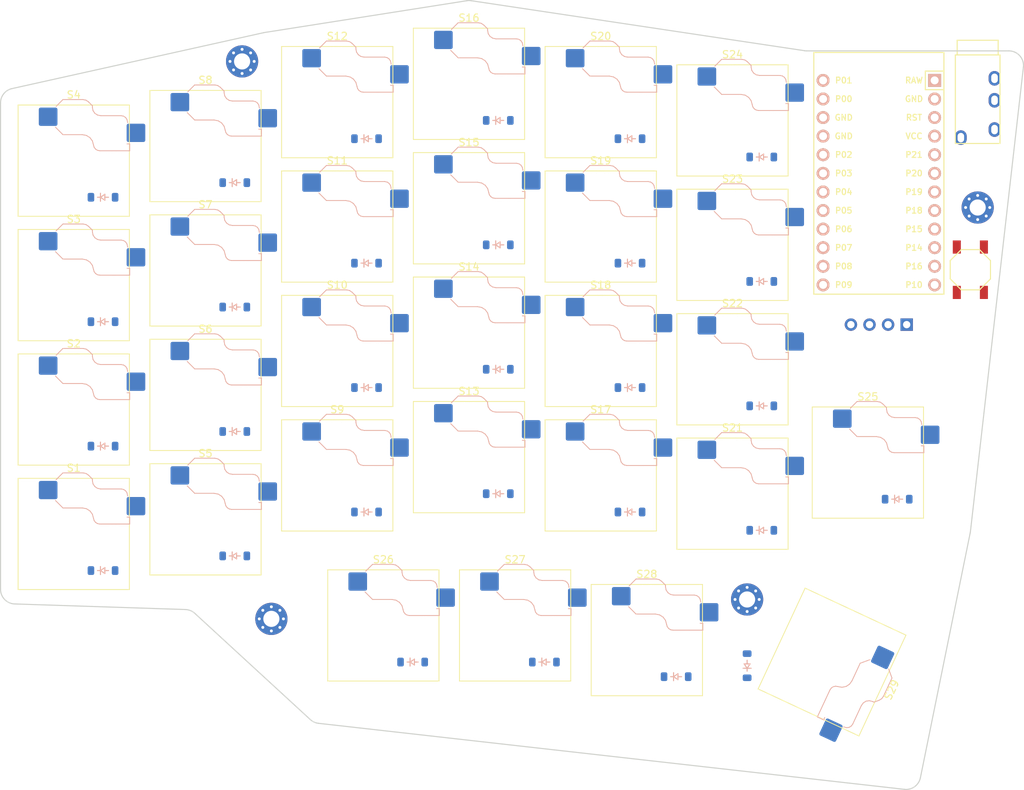
<source format=kicad_pcb>
(kicad_pcb (version 20240108) (generator "pcbnew") (generator_version "8.0")
  (title_block (title "lilibootlegTest") (rev "v1.0.0") (company "Unknown"))
  (layers (0 "F.Cu" signal) (31 "B.Cu" signal) (34 "B.Paste" user) (35 "F.Paste" user) (36 "B.SilkS" user "B.Silkscreen") (37 "F.SilkS" user "F.Silkscreen") (38 "B.Mask" user) (39 "F.Mask" user) (44 "Edge.Cuts" user))
  (net 0 "")
  (net 1 "P19")
  (net 2 "mod_bot")
  (net 3 "mod_mid")
  (net 4 "mod_top")
  (net 5 "mod_num")
  (net 6 "P18")
  (net 7 "pinky_bot")
  (net 8 "pinky_mid")
  (net 9 "pinky_top")
  (net 10 "pinky_num")
  (net 11 "P15")
  (net 12 "ring_bot")
  (net 13 "ring_mid")
  (net 14 "ring_top")
  (net 15 "ring_num")
  (net 16 "P14")
  (net 17 "middle_bot")
  (net 18 "middle_mid")
  (net 19 "middle_top")
  (net 20 "middle_num")
  (net 21 "P16")
  (net 22 "index_bot")
  (net 23 "index_mid")
  (net 24 "index_top")
  (net 25 "index_num")
  (net 26 "P10")
  (net 27 "inner_bot")
  (net 28 "inner_mid")
  (net 29 "inner_top")
  (net 30 "inner_num")
  (net 31 "reach_reach")
  (net 32 "tucky1_stretch")
  (net 33 "tucky2_stretch")
  (net 34 "tucky3_stretch")
  (net 35 "reachy_stretch")
  (net 36 "P8")
  (net 37 "P7")
  (net 38 "P6")
  (net 39 "P5")
  (net 40 "P9")
  (net 41 "RAW")
  (net 42 "GND")
  (net 43 "RST")
  (net 44 "VCC")
  (net 45 "P21")
  (net 46 "P20")
  (net 47 "P1")
  (net 48 "P0")
  (net 49 "P2")
  (net 50 "P3")
  (net 51 "P4")
  (footprint "E73:SW_TACT_ALPS_SKQGABE010" (layer "F.Cu") (at 222.5 63.9 90)
    (property "Reference" "B1" (hide yes))
    (property "Value" "" (hide yes))
    (pad "1" smd rect (at -3.1 -1.85 90) (size 1.8 1.1) (layers "F.Cu" "F.Paste" "F.Mask") (net 43 "RST"))
    (pad "1" smd rect (at 3.1 -1.85 90) (size 1.8 1.1) (layers "F.Cu" "F.Paste" "F.Mask") (net 43 "RST"))
    (pad "2" smd rect (at -3.1 1.85 90) (size 1.8 1.1) (layers "F.Cu" "F.Paste" "F.Mask") (net 42 "GND"))
    (pad "2" smd rect (at 3.1 1.85 90) (size 1.8 1.1) (layers "F.Cu" "F.Paste" "F.Mask") (net 42 "GND"))
  )
  (footprint "MountingHole_2.2mm_M2_Pad_Via" (layer "F.Cu") (at 223.5 55.4)
    (property "Reference" "_4" (hide yes))
    (property "Value" "")
    (pad "1" thru_hole circle (at -1.65 0) (size 0.7 0.7) (drill 0.4) (layers "*.Cu" "*.Mask"))
    (pad "1" thru_hole circle (at -1.166726 -1.166726) (size 0.7 0.7) (drill 0.4) (layers "*.Cu" "*.Mask"))
    (pad "1" thru_hole circle (at -1.166726 1.166726) (size 0.7 0.7) (drill 0.4) (layers "*.Cu" "*.Mask"))
    (pad "1" thru_hole circle (at 0 -1.65) (size 0.7 0.7) (drill 0.4) (layers "*.Cu" "*.Mask"))
    (pad "1" thru_hole circle (at 0 0) (size 4.4 4.4) (drill 2.2) (layers "*.Cu" "*.Mask"))
    (pad "1" thru_hole circle (at 0 1.65) (size 0.7 0.7) (drill 0.4) (layers "*.Cu" "*.Mask"))
    (pad "1" thru_hole circle (at 1.166726 -1.166726) (size 0.7 0.7) (drill 0.4) (layers "*.Cu" "*.Mask"))
    (pad "1" thru_hole circle (at 1.166726 1.166726) (size 0.7 0.7) (drill 0.4) (layers "*.Cu" "*.Mask"))
    (pad "1" thru_hole circle (at 1.65 0) (size 0.7 0.7) (drill 0.4) (layers "*.Cu" "*.Mask"))
  )
  (footprint "ScottoKeebs_Hotswap:Hotswap_Choc_V1V2_1.00u" (layer "F.Cu") (at 154 55.5)
    (property "Reference" "S15" (at 0 -9 0) (layer "F.SilkS"))
    (property "Value" "")
    (pad "" np_thru_hole circle (at -5.5 0) (size 1.9 1.9) (drill 1.9) (layers "*.Cu" "*.Mask"))
    (pad "" np_thru_hole circle (at -5 5.15) (size 1.6 1.6) (drill 1.6) (layers "*.Cu" "*.Mask"))
    (pad "" np_thru_hole circle (at 0 -5.9) (size 3.05 3.05) (drill 3.05) (layers "*.Cu" "*.Mask"))
    (pad "" np_thru_hole circle (at 0 0) (size 5.05 5.05) (drill 5.05) (layers "*.Cu" "*.Mask"))
    (pad "" np_thru_hole circle (at 5 -3.8) (size 3.05 3.05) (drill 3.05) (layers "*.Cu" "*.Mask"))
    (pad "" np_thru_hole circle (at 5.5 0) (size 1.9 1.9) (drill 1.9) (layers "*.Cu" "*.Mask"))
    (pad "1" smd roundrect (at -3.5 -6) (size 2.55 2.5) (layers "B.Cu" "B.Paste" "B.Mask") (roundrect_rratio 0.1) (net 16 "P14"))
    (pad "2" smd roundrect (at 8.5 -3.8) (size 2.55 2.5) (layers "B.Cu" "B.Paste" "B.Mask") (roundrect_rratio 0.1) (net 19 "middle_top"))
  )
  (footprint "ScottoKeebs_Components:OLED_128x32" (layer "F.Cu") (at 204 73 90)
    (property "Reference" "OLED1" (hide yes))
    (property "Value" "OLED")
    (pad "1" thru_hole rect (at 1.6 9.8 270) (size 1.7 1.7) (drill 1) (layers "*.Cu" "*.Mask") (net 42 "GND"))
    (pad "2" thru_hole oval (at 1.6 7.26 270) (size 1.7 1.7) (drill 1) (layers "*.Cu" "*.Mask") (net 44 "VCC"))
    (pad "3" thru_hole oval (at 1.6 4.72 270) (size 1.7 1.7) (drill 1) (layers "*.Cu" "*.Mask") (net 49 "P2"))
    (pad "4" thru_hole oval (at 1.6 2.18 270) (size 1.7 1.7) (drill 1) (layers "*.Cu" "*.Mask") (net 50 "P3"))
  )
  (footprint "ScottoKeebs_Hotswap:Hotswap_Choc_V1V2_1.00u" (layer "F.Cu") (at 160.3 112.5)
    (property "Reference" "S27" (at 0 -9 0) (layer "F.SilkS"))
    (property "Value" "")
    (pad "" np_thru_hole circle (at -5.5 0) (size 1.9 1.9) (drill 1.9) (layers "*.Cu" "*.Mask"))
    (pad "" np_thru_hole circle (at -5 5.15) (size 1.6 1.6) (drill 1.6) (layers "*.Cu" "*.Mask"))
    (pad "" np_thru_hole circle (at 0 -5.9) (size 3.05 3.05) (drill 3.05) (layers "*.Cu" "*.Mask"))
    (pad "" np_thru_hole circle (at 0 0) (size 5.05 5.05) (drill 5.05) (layers "*.Cu" "*.Mask"))
    (pad "" np_thru_hole circle (at 5 -3.8) (size 3.05 3.05) (drill 3.05) (layers "*.Cu" "*.Mask"))
    (pad "" np_thru_hole circle (at 5.5 0) (size 1.9 1.9) (drill 1.9) (layers "*.Cu" "*.Mask"))
    (pad "1" smd roundrect (at -3.5 -6) (size 2.55 2.5) (layers "B.Cu" "B.Paste" "B.Mask") (roundrect_rratio 0.1) (net 16 "P14"))
    (pad "2" smd roundrect (at 8.5 -3.8) (size 2.55 2.5) (layers "B.Cu" "B.Paste" "B.Mask") (roundrect_rratio 0.1) (net 33 "tucky2_stretch"))
  )
  (footprint "MountingHole_2.2mm_M2_Pad_Via" (layer "F.Cu") (at 127 111.6)
    (property "Reference" "_2" (hide yes))
    (property "Value" "")
    (pad "1" thru_hole circle (at -1.65 0) (size 0.7 0.7) (drill 0.4) (layers "*.Cu" "*.Mask"))
    (pad "1" thru_hole circle (at -1.166726 -1.166726) (size 0.7 0.7) (drill 0.4) (layers "*.Cu" "*.Mask"))
    (pad "1" thru_hole circle (at -1.166726 1.166726) (size 0.7 0.7) (drill 0.4) (layers "*.Cu" "*.Mask"))
    (pad "1" thru_hole circle (at 0 -1.65) (size 0.7 0.7) (drill 0.4) (layers "*.Cu" "*.Mask"))
    (pad "1" thru_hole circle (at 0 0) (size 4.4 4.4) (drill 2.2) (layers "*.Cu" "*.Mask"))
    (pad "1" thru_hole circle (at 0 1.65) (size 0.7 0.7) (drill 0.4) (layers "*.Cu" "*.Mask"))
    (pad "1" thru_hole circle (at 1.166726 -1.166726) (size 0.7 0.7) (drill 0.4) (layers "*.Cu" "*.Mask"))
    (pad "1" thru_hole circle (at 1.166726 1.166726) (size 0.7 0.7) (drill 0.4) (layers "*.Cu" "*.Mask"))
    (pad "1" thru_hole circle (at 1.65 0) (size 0.7 0.7) (drill 0.4) (layers "*.Cu" "*.Mask"))
  )
  (footprint "ScottoKeebs_Hotswap:Hotswap_Choc_V1V2_1.00u" (layer "F.Cu") (at 178.3 114.5)
    (property "Reference" "S28" (at 0 -9 0) (layer "F.SilkS"))
    (property "Value" "")
    (pad "" np_thru_hole circle (at -5.5 0) (size 1.9 1.9) (drill 1.9) (layers "*.Cu" "*.Mask"))
    (pad "" np_thru_hole circle (at -5 5.15) (size 1.6 1.6) (drill 1.6) (layers "*.Cu" "*.Mask"))
    (pad "" np_thru_hole circle (at 0 -5.9) (size 3.05 3.05) (drill 3.05) (layers "*.Cu" "*.Mask"))
    (pad "" np_thru_hole circle (at 0 0) (size 5.05 5.05) (drill 5.05) (layers "*.Cu" "*.Mask"))
    (pad "" np_thru_hole circle (at 5 -3.8) (size 3.05 3.05) (drill 3.05) (layers "*.Cu" "*.Mask"))
    (pad "" np_thru_hole circle (at 5.5 0) (size 1.9 1.9) (drill 1.9) (layers "*.Cu" "*.Mask"))
    (pad "1" smd roundrect (at -3.5 -6) (size 2.55 2.5) (layers "B.Cu" "B.Paste" "B.Mask") (roundrect_rratio 0.1) (net 21 "P16"))
    (pad "2" smd roundrect (at 8.5 -3.8) (size 2.55 2.5) (layers "B.Cu" "B.Paste" "B.Mask") (roundrect_rratio 0.1) (net 34 "tucky3_stretch"))
  )
  (footprint "ScottoKeebs_Hotswap:Hotswap_Choc_V1V2_1.00u" (layer "F.Cu") (at 154 89.5)
    (property "Reference" "S13" (at 0 -9 0) (layer "F.SilkS"))
    (property "Value" "")
    (pad "" np_thru_hole circle (at -5.5 0) (size 1.9 1.9) (drill 1.9) (layers "*.Cu" "*.Mask"))
    (pad "" np_thru_hole circle (at -5 5.15) (size 1.6 1.6) (drill 1.6) (layers "*.Cu" "*.Mask"))
    (pad "" np_thru_hole circle (at 0 -5.9) (size 3.05 3.05) (drill 3.05) (layers "*.Cu" "*.Mask"))
    (pad "" np_thru_hole circle (at 0 0) (size 5.05 5.05) (drill 5.05) (layers "*.Cu" "*.Mask"))
    (pad "" np_thru_hole circle (at 5 -3.8) (size 3.05 3.05) (drill 3.05) (layers "*.Cu" "*.Mask"))
    (pad "" np_thru_hole circle (at 5.5 0) (size 1.9 1.9) (drill 1.9) (layers "*.Cu" "*.Mask"))
    (pad "1" smd roundrect (at -3.5 -6) (size 2.55 2.5) (layers "B.Cu" "B.Paste" "B.Mask") (roundrect_rratio 0.1) (net 16 "P14"))
    (pad "2" smd roundrect (at 8.5 -3.8) (size 2.55 2.5) (layers "B.Cu" "B.Paste" "B.Mask") (roundrect_rratio 0.1) (net 17 "middle_bot"))
  )
  (footprint "ScottoKeebs_Hotswap:Hotswap_Choc_V1V2_1.00u" (layer "F.Cu") (at 208.5 90.25)
    (property "Reference" "S25" (at 0 -9 0) (layer "F.SilkS"))
    (property "Value" "")
    (pad "" np_thru_hole circle (at -5.5 0) (size 1.9 1.9) (drill 1.9) (layers "*.Cu" "*.Mask"))
    (pad "" np_thru_hole circle (at -5 5.15) (size 1.6 1.6) (drill 1.6) (layers "*.Cu" "*.Mask"))
    (pad "" np_thru_hole circle (at 0 -5.9) (size 3.05 3.05) (drill 3.05) (layers "*.Cu" "*.Mask"))
    (pad "" np_thru_hole circle (at 0 0) (size 5.05 5.05) (drill 5.05) (layers "*.Cu" "*.Mask"))
    (pad "" np_thru_hole circle (at 5 -3.8) (size 3.05 3.05) (drill 3.05) (layers "*.Cu" "*.Mask"))
    (pad "" np_thru_hole circle (at 5.5 0) (size 1.9 1.9) (drill 1.9) (layers "*.Cu" "*.Mask"))
    (pad "1" smd roundrect (at -3.5 -6) (size 2.55 2.5) (layers "B.Cu" "B.Paste" "B.Mask") (roundrect_rratio 0.1) (net 26 "P10"))
    (pad "2" smd roundrect (at 8.5 -3.8) (size 2.55 2.5) (layers "B.Cu" "B.Paste" "B.Mask") (roundrect_rratio 0.1) (net 31 "reach_reach"))
  )
  (footprint "ScottoKeebs_Hotswap:Hotswap_Choc_V1V2_1.00u" (layer "F.Cu") (at 172 41)
    (property "Reference" "S20" (at 0 -9 0) (layer "F.SilkS"))
    (property "Value" "")
    (pad "" np_thru_hole circle (at -5.5 0) (size 1.9 1.9) (drill 1.9) (layers "*.Cu" "*.Mask"))
    (pad "" np_thru_hole circle (at -5 5.15) (size 1.6 1.6) (drill 1.6) (layers "*.Cu" "*.Mask"))
    (pad "" np_thru_hole circle (at 0 -5.9) (size 3.05 3.05) (drill 3.05) (layers "*.Cu" "*.Mask"))
    (pad "" np_thru_hole circle (at 0 0) (size 5.05 5.05) (drill 5.05) (layers "*.Cu" "*.Mask"))
    (pad "" np_thru_hole circle (at 5 -3.8) (size 3.05 3.05) (drill 3.05) (layers "*.Cu" "*.Mask"))
    (pad "" np_thru_hole circle (at 5.5 0) (size 1.9 1.9) (drill 1.9) (layers "*.Cu" "*.Mask"))
    (pad "1" smd roundrect (at -3.5 -6) (size 2.55 2.5) (layers "B.Cu" "B.Paste" "B.Mask") (roundrect_rratio 0.1) (net 21 "P16"))
    (pad "2" smd roundrect (at 8.5 -3.8) (size 2.55 2.5) (layers "B.Cu" "B.Paste" "B.Mask") (roundrect_rratio 0.1) (net 25 "index_num"))
  )
  (footprint "ScottoKeebs_Hotswap:Hotswap_Choc_V1V2_1.00u" (layer "F.Cu") (at 136 58)
    (property "Reference" "S11" (at 0 -9 0) (layer "F.SilkS"))
    (property "Value" "")
    (pad "" np_thru_hole circle (at -5.5 0) (size 1.9 1.9) (drill 1.9) (layers "*.Cu" "*.Mask"))
    (pad "" np_thru_hole circle (at -5 5.15) (size 1.6 1.6) (drill 1.6) (layers "*.Cu" "*.Mask"))
    (pad "" np_thru_hole circle (at 0 -5.9) (size 3.05 3.05) (drill 3.05) (layers "*.Cu" "*.Mask"))
    (pad "" np_thru_hole circle (at 0 0) (size 5.05 5.05) (drill 5.05) (layers "*.Cu" "*.Mask"))
    (pad "" np_thru_hole circle (at 5 -3.8) (size 3.05 3.05) (drill 3.05) (layers "*.Cu" "*.Mask"))
    (pad "" np_thru_hole circle (at 5.5 0) (size 1.9 1.9) (drill 1.9) (layers "*.Cu" "*.Mask"))
    (pad "1" smd roundrect (at -3.5 -6) (size 2.55 2.5) (layers "B.Cu" "B.Paste" "B.Mask") (roundrect_rratio 0.1) (net 11 "P15"))
    (pad "2" smd roundrect (at 8.5 -3.8) (size 2.55 2.5) (layers "B.Cu" "B.Paste" "B.Mask") (roundrect_rratio 0.1) (net 14 "ring_top"))
  )
  (footprint "ScottoKeebs_Hotswap:Hotswap_Choc_V1V2_1.00u" (layer "F.Cu") (at 118 47)
    (property "Reference" "S8" (at 0 -9 0) (layer "F.SilkS"))
    (property "Value" "")
    (pad "" np_thru_hole circle (at -5.5 0) (size 1.9 1.9) (drill 1.9) (layers "*.Cu" "*.Mask"))
    (pad "" np_thru_hole circle (at -5 5.15) (size 1.6 1.6) (drill 1.6) (layers "*.Cu" "*.Mask"))
    (pad "" np_thru_hole circle (at 0 -5.9) (size 3.05 3.05) (drill 3.05) (layers "*.Cu" "*.Mask"))
    (pad "" np_thru_hole circle (at 0 0) (size 5.05 5.05) (drill 5.05) (layers "*.Cu" "*.Mask"))
    (pad "" np_thru_hole circle (at 5 -3.8) (size 3.05 3.05) (drill 3.05) (layers "*.Cu" "*.Mask"))
    (pad "" np_thru_hole circle (at 5.5 0) (size 1.9 1.9) (drill 1.9) (layers "*.Cu" "*.Mask"))
    (pad "1" smd roundrect (at -3.5 -6) (size 2.55 2.5) (layers "B.Cu" "B.Paste" "B.Mask") (roundrect_rratio 0.1) (net 6 "P18"))
    (pad "2" smd roundrect (at 8.5 -3.8) (size 2.55 2.5) (layers "B.Cu" "B.Paste" "B.Mask") (roundrect_rratio 0.1) (net 10 "pinky_num"))
  )
  (footprint "ScottoKeebs_Hotswap:Hotswap_Choc_V1V2_1.00u" (layer "F.Cu") (at 190 94.5)
    (property "Reference" "S21" (at 0 -9 0) (layer "F.SilkS"))
    (property "Value" "")
    (pad "" np_thru_hole circle (at -5.5 0) (size 1.9 1.9) (drill 1.9) (layers "*.Cu" "*.Mask"))
    (pad "" np_thru_hole circle (at -5 5.15) (size 1.6 1.6) (drill 1.6) (layers "*.Cu" "*.Mask"))
    (pad "" np_thru_hole circle (at 0 -5.9) (size 3.05 3.05) (drill 3.05) (layers "*.Cu" "*.Mask"))
    (pad "" np_thru_hole circle (at 0 0) (size 5.05 5.05) (drill 5.05) (layers "*.Cu" "*.Mask"))
    (pad "" np_thru_hole circle (at 5 -3.8) (size 3.05 3.05) (drill 3.05) (layers "*.Cu" "*.Mask"))
    (pad "" np_thru_hole circle (at 5.5 0) (size 1.9 1.9) (drill 1.9) (layers "*.Cu" "*.Mask"))
    (pad "1" smd roundrect (at -3.5 -6) (size 2.55 2.5) (layers "B.Cu" "B.Paste" "B.Mask") (roundrect_rratio 0.1) (net 26 "P10"))
    (pad "2" smd roundrect (at 8.5 -3.8) (size 2.55 2.5) (layers "B.Cu" "B.Paste" "B.Mask") (roundrect_rratio 0.1) (net 27 "inner_bot"))
  )
  (footprint "MountingHole_2.2mm_M2_Pad_Via" (layer "F.Cu") (at 123 35.44)
    (property "Reference" "_1" (hide yes))
    (property "Value" "")
    (pad "1" thru_hole circle (at -1.65 0) (size 0.7 0.7) (drill 0.4) (layers "*.Cu" "*.Mask"))
    (pad "1" thru_hole circle (at -1.166726 -1.166726) (size 0.7 0.7) (drill 0.4) (layers "*.Cu" "*.Mask"))
    (pad "1" thru_hole circle (at -1.166726 1.166726) (size 0.7 0.7) (drill 0.4) (layers "*.Cu" "*.Mask"))
    (pad "1" thru_hole circle (at 0 -1.65) (size 0.7 0.7) (drill 0.4) (layers "*.Cu" "*.Mask"))
    (pad "1" thru_hole circle (at 0 0) (size 4.4 4.4) (drill 2.2) (layers "*.Cu" "*.Mask"))
    (pad "1" thru_hole circle (at 0 1.65) (size 0.7 0.7) (drill 0.4) (layers "*.Cu" "*.Mask"))
    (pad "1" thru_hole circle (at 1.166726 -1.166726) (size 0.7 0.7) (drill 0.4) (layers "*.Cu" "*.Mask"))
    (pad "1" thru_hole circle (at 1.166726 1.166726) (size 0.7 0.7) (drill 0.4) (layers "*.Cu" "*.Mask"))
    (pad "1" thru_hole circle (at 1.65 0) (size 0.7 0.7) (drill 0.4) (layers "*.Cu" "*.Mask"))
  )
  (footprint "ProMicro" (layer "F.Cu") (at 210 52 -90)
    (property "Reference" "MCU1" (hide yes))
    (property "Value" "" (hide yes))
    (fp_text user "P07" (at 8.89 4.8 0) (layer "F.SilkS") (effects (font (size 0.8 0.8))))
    (fp_text user "P14" (at 8.89 -4.8 0) (layer "F.SilkS") (effects (font (size 0.8 0.8))))
    (fp_text user "VCC" (at -6.35 -4.8 0) (layer "F.SilkS") (effects (font (size 0.8 0.8))))
    (fp_text user "P02" (at -3.81 4.8 0) (layer "F.SilkS") (effects (font (size 0.8 0.8))))
    (fp_text user "P08" (at 11.43 4.8 0) (layer "F.SilkS") (effects (font (size 0.8 0.8))))
    (fp_text user "GND" (at -6.35 4.8 0) (layer "F.SilkS") (effects (font (size 0.8 0.8))))
    (fp_text user "RST" (at -8.89 -4.8 0) (layer "F.SilkS") (effects (font (size 0.8 0.8))))
    (fp_text user "GND" (at -8.89 4.8 0) (layer "F.SilkS") (effects (font (size 0.8 0.8))))
    (fp_text user "P03" (at -1.27 4.8 0) (layer "F.SilkS") (effects (font (size 0.8 0.8))))
    (fp_text user "P05" (at 3.81 4.8 0) (layer "F.SilkS") (effects (font (size 0.8 0.8))))
    (fp_text user "P21" (at -3.81 -4.8 0) (layer "F.SilkS") (effects (font (size 0.8 0.8))))
    (fp_text user "P06" (at 6.35 4.8 0) (layer "F.SilkS") (effects (font (size 0.8 0.8))))
    (fp_text user "P19" (at 1.27 -4.8 0) (layer "F.SilkS") (effects (font (size 0.8 0.8))))
    (fp_text user "P10" (at 13.97 -4.8 0) (layer "F.SilkS") (effects (font (size 0.8 0.8))))
    (fp_text user "P00" (at -11.43 4.8 0) (layer "F.SilkS") (effects (font (size 0.8 0.8))))
    (fp_text user "P04" (at 1.27 4.8 0) (layer "F.SilkS") (effects (font (size 0.8 0.8))))
    (fp_text user "RAW" (at -13.97 -4.8 0) (layer "F.SilkS") (effects (font (size 0.8 0.8))))
    (fp_text user "P18" (at 3.81 -4.8 0) (layer "F.SilkS") (effects (font (size 0.8 0.8))))
    (fp_text user "P09" (at 13.97 4.8 0) (layer "F.SilkS") (effects (font (size 0.8 0.8))))
    (fp_text user "P15" (at 6.35 -4.8 0) (layer "F.SilkS") (effects (font (size 0.8 0.8))))
    (fp_text user "P01" (at -13.97 4.8 0) (layer "F.SilkS") (effects (font (size 0.8 0.8))))
    (fp_text user "GND" (at -11.43 -4.8 0) (layer "F.SilkS") (effects (font (size 0.8 0.8))))
    (fp_text user "P20" (at -1.27 -4.8 0) (layer "F.SilkS") (effects (font (size 0.8 0.8))))
    (fp_text user "P16" (at 11.43 -4.8 0) (layer "F.SilkS") (effects (font (size 0.8 0.8))))
    (pad "1" thru_hole rect (at -13.97 -7.62 270) (size 1.7526 1.7526) (drill 1.0922) (layers "*.Cu" "*.SilkS" "*.Mask") (net 41 "RAW"))
    (pad "2" thru_hole circle (at -11.43 -7.62) (size 1.7526 1.7526) (drill 1.0922) (layers "*.Cu" "*.SilkS" "*.Mask") (net 42 "GND"))
    (pad "3" thru_hole circle (at -8.89 -7.62) (size 1.7526 1.7526) (drill 1.0922) (layers "*.Cu" "*.SilkS" "*.Mask") (net 43 "RST"))
    (pad "4" thru_hole circle (at -6.35 -7.62) (size 1.7526 1.7526) (drill 1.0922) (layers "*.Cu" "*.SilkS" "*.Mask") (net 44 "VCC"))
    (pad "5" thru_hole circle (at -3.81 -7.62) (size 1.7526 1.7526) (drill 1.0922) (layers "*.Cu" "*.SilkS" "*.Mask") (net 45 "P21"))
    (pad "6" thru_hole circle (at -1.27 -7.62) (size 1.7526 1.7526) (drill 1.0922) (layers "*.Cu" "*.SilkS" "*.Mask") (net 46 "P20"))
    (pad "7" thru_hole circle (at 1.27 -7.62) (size 1.7526 1.7526) (drill 1.0922) (layers "*.Cu" "*.SilkS" "*.Mask") (net 1 "P19"))
    (pad "8" thru_hole circle (at 3.81 -7.62) (size 1.7526 1.7526) (drill 1.0922) (layers "*.Cu" "*.SilkS" "*.Mask") (net 6 "P18"))
    (pad "9" thru_hole circle (at 6.35 -7.62) (size 1.7526 1.7526) (drill 1.0922) (layers "*.Cu" "*.SilkS" "*.Mask") (net 11 "P15"))
    (pad "10" thru_hole circle (at 8.89 -7.62) (size 1.7526 1.7526) (drill 1.0922) (layers "*.Cu" "*.SilkS" "*.Mask") (net 16 "P14"))
    (pad "11" thru_hole circle (at 11.43 -7.62) (size 1.7526 1.7526) (drill 1.0922) (layers "*.Cu" "*.SilkS" "*.Mask") (net 21 "P16"))
    (pad "12" thru_hole circle (at 13.97 -7.62) (size 1.7526 1.7526) (drill 1.0922) (layers "*.Cu" "*.SilkS" "*.Mask") (net 26 "P10"))
    (pad "13" thru_hole circle (at -13.97 7.62) (size 1.7526 1.7526) (drill 1.0922) (layers "*.Cu" "*.SilkS" "*.Mask") (net 47 "P1"))
    (pad "14" thru_hole circle (at -11.43 7.62) (size 1.7526 1.7526) (drill 1.0922) (layers "*.Cu" "*.SilkS" "*.Mask") (net 48 "P0"))
    (pad "15" thru_hole circle (at -8.89 7.62) (size 1.7526 1.7526) (drill 1.0922) (layers "*.Cu" "*.SilkS" "*.Mask") (net 42 "GND"))
    (pad "16" thru_hole circle (at -6.35 7.62) (size 1.7526 1.7526) (drill 1.0922) (layers "*.Cu" "*.SilkS" "*.Mask") (net 42 "GND"))
    (pad "17" thru_hole circle (at -3.81 7.62) (size 1.7526 1.7526) (drill 1.0922) (layers "*.Cu" "*.SilkS" "*.Mask") (net 49 "P2"))
    (pad "18" thru_hole circle (at -1.27 7.62) (size 1.7526 1.7526) (drill 1.0922) (layers "*.Cu" "*.SilkS" "*.Mask") (net 50 "P3"))
    (pad "19" thru_hole circle (at 1.27 7.62) (size 1.7526 1.7526) (drill 1.0922) (layers "*.Cu" "*.SilkS" "*.Mask") (net 51 "P4"))
    (pad "20" thru_hole circle (at 3.81 7.62) (size 1.7526 1.7526) (drill 1.0922) (layers "*.Cu" "*.SilkS" "*.Mask") (net 39 "P5"))
    (pad "21" thru_hole circle (at 6.35 7.62) (size 1.7526 1.7526) (drill 1.0922) (layers "*.Cu" "*.SilkS" "*.Mask") (net 38 "P6"))
    (pad "22" thru_hole circle (at 8.89 7.62) (size 1.7526 1.7526) (drill 1.0922) (layers "*.Cu" "*.SilkS" "*.Mask") (net 37 "P7"))
    (pad "23" thru_hole circle (at 11.43 7.62) (size 1.7526 1.7526) (drill 1.0922) (layers "*.Cu" "*.SilkS" "*.Mask") (net 36 "P8"))
    (pad "24" thru_hole circle (at 13.97 7.62) (size 1.7526 1.7526) (drill 1.0922) (layers "*.Cu" "*.SilkS" "*.Mask") (net 40 "P9"))
  )
  (footprint "ScottoKeebs_Hotswap:Hotswap_Choc_V1V2_1.00u" (layer "F.Cu") (at 118 98)
    (property "Reference" "S5" (at 0 -9 0) (layer "F.SilkS"))
    (property "Value" "")
    (pad "" np_thru_hole circle (at -5.5 0) (size 1.9 1.9) (drill 1.9) (layers "*.Cu" "*.Mask"))
    (pad "" np_thru_hole circle (at -5 5.15) (size 1.6 1.6) (drill 1.6) (layers "*.Cu" "*.Mask"))
    (pad "" np_thru_hole circle (at 0 -5.9) (size 3.05 3.05) (drill 3.05) (layers "*.Cu" "*.Mask"))
    (pad "" np_thru_hole circle (at 0 0) (size 5.05 5.05) (drill 5.05) (layers "*.Cu" "*.Mask"))
    (pad "" np_thru_hole circle (at 5 -3.8) (size 3.05 3.05) (drill 3.05) (layers "*.Cu" "*.Mask"))
    (pad "" np_thru_hole circle (at 5.5 0) (size 1.9 1.9) (drill 1.9) (layers "*.Cu" "*.Mask"))
    (pad "1" smd roundrect (at -3.5 -6) (size 2.55 2.5) (layers "B.Cu" "B.Paste" "B.Mask") (roundrect_rratio 0.1) (net 6 "P18"))
    (pad "2" smd roundrect (at 8.5 -3.8) (size 2.55 2.5) (layers "B.Cu" "B.Paste" "B.Mask") (roundrect_rratio 0.1) (net 7 "pinky_bot"))
  )
  (footprint "ScottoKeebs_Hotswap:Hotswap_Choc_V1V2_1.00u" (layer "F.Cu") (at 190 43.5)
    (property "Reference" "S24" (at 0 -9 0) (layer "F.SilkS"))
    (property "Value" "")
    (pad "" np_thru_hole circle (at -5.5 0) (size 1.9 1.9) (drill 1.9) (layers "*.Cu" "*.Mask"))
    (pad "" np_thru_hole circle (at -5 5.15) (size 1.6 1.6) (drill 1.6) (layers "*.Cu" "*.Mask"))
    (pad "" np_thru_hole circle (at 0 -5.9) (size 3.05 3.05) (drill 3.05) (layers "*.Cu" "*.Mask"))
    (pad "" np_thru_hole circle (at 0 0) (size 5.05 5.05) (drill 5.05) (layers "*.Cu" "*.Mask"))
    (pad "" np_thru_hole circle (at 5 -3.8) (size 3.05 3.05) (drill 3.05) (layers "*.Cu" "*.Mask"))
    (pad "" np_thru_hole circle (at 5.5 0) (size 1.9 1.9) (drill 1.9) (layers "*.Cu" "*.Mask"))
    (pad "1" smd roundrect (at -3.5 -6) (size 2.55 2.5) (layers "B.Cu" "B.Paste" "B.Mask") (roundrect_rratio 0.1) (net 26 "P10"))
    (pad "2" smd roundrect (at 8.5 -3.8) (size 2.55 2.5) (layers "B.Cu" "B.Paste" "B.Mask") (roundrect_rratio 0.1) (net 30 "inner_num"))
  )
  (footprint "ScottoKeebs_Hotswap:Hotswap_Choc_V1V2_1.00u" (layer "F.Cu") (at 100 49)
    (property "Reference" "S4" (at 0 -9 0) (layer "F.SilkS"))
    (property "Value" "")
    (pad "" np_thru_hole circle (at -5.5 0) (size 1.9 1.9) (drill 1.9) (layers "*.Cu" "*.Mask"))
    (pad "" np_thru_hole circle (at -5 5.15) (size 1.6 1.6) (drill 1.6) (layers "*.Cu" "*.Mask"))
    (pad "" np_thru_hole circle (at 0 -5.9) (size 3.05 3.05) (drill 3.05) (layers "*.Cu" "*.Mask"))
    (pad "" np_thru_hole circle (at 0 0) (size 5.05 5.05) (drill 5.05) (layers "*.Cu" "*.Mask"))
    (pad "" np_thru_hole circle (at 5 -3.8) (size 3.05 3.05) (drill 3.05) (layers "*.Cu" "*.Mask"))
    (pad "" np_thru_hole circle (at 5.5 0) (size 1.9 1.9) (drill 1.9) (layers "*.Cu" "*.Mask"))
    (pad "1" smd roundrect (at -3.5 -6) (size 2.55 2.5) (layers "B.Cu" "B.Paste" "B.Mask") (roundrect_rratio 0.1) (net 1 "P19"))
    (pad "2" smd roundrect (at 8.5 -3.8) (size 2.55 2.5) (layers "B.Cu" "B.Paste" "B.Mask") (roundrect_rratio 0.1) (net 5 "mod_num"))
  )
  (footprint "ScottoKeebs_Components:TRRS_PJ-320A" (layer "F.Cu") (at 223.5 34.55)
    (property "Reference" "TRRS1")
    (property "Value" "TRRS_PJ-320A")
    (pad "" np_thru_hole circle (at 0 1.6) (size 0.8 0.8) (drill 0.8) (layers "*.Cu" "*.Mask"))
    (pad "" np_thru_hole circle (at 0 8.6) (size 0.8 0.8) (drill 0.8) (layers "*.Cu" "*.Mask"))
    (pad "1" thru_hole oval (at -2.3 11.3) (size 1.6 2) (drill oval 0.9 1.3) (layers "*.Cu" "*.Mask") (net 42 "GND"))
    (pad "2" thru_hole oval (at 2.3 10.2) (size 1.6 2) (drill oval 0.9 1.3) (layers "*.Cu" "*.Mask") (net 42 "GND"))
    (pad "3" thru_hole oval (at 2.3 6.2) (size 1.6 2) (drill oval 0.9 1.3) (layers "*.Cu" "*.Mask") (net 48 "P0"))
    (pad "4" thru_hole oval (at 2.3 3.2) (size 1.6 2) (drill oval 0.9 1.3) (layers "*.Cu" "*.Mask") (net 44 "VCC"))
  )
  (footprint "ScottoKeebs_Hotswap:Hotswap_Choc_V1V2_1.00u" (layer "F.Cu") (at 172 92)
    (property "Reference" "S17" (at 0 -9 0) (layer "F.SilkS"))
    (property "Value" "")
    (pad "" np_thru_hole circle (at -5.5 0) (size 1.9 1.9) (drill 1.9) (layers "*.Cu" "*.Mask"))
    (pad "" np_thru_hole circle (at -5 5.15) (size 1.6 1.6) (drill 1.6) (layers "*.Cu" "*.Mask"))
    (pad "" np_thru_hole circle (at 0 -5.9) (size 3.05 3.05) (drill 3.05) (layers "*.Cu" "*.Mask"))
    (pad "" np_thru_hole circle (at 0 0) (size 5.05 5.05) (drill 5.05) (layers "*.Cu" "*.Mask"))
    (pad "" np_thru_hole circle (at 5 -3.8) (size 3.05 3.05) (drill 3.05) (layers "*.Cu" "*.Mask"))
    (pad "" np_thru_hole circle (at 5.5 0) (size 1.9 1.9) (drill 1.9) (layers "*.Cu" "*.Mask"))
    (pad "1" smd roundrect (at -3.5 -6) (size 2.55 2.5) (layers "B.Cu" "B.Paste" "B.Mask") (roundrect_rratio 0.1) (net 21 "P16"))
    (pad "2" smd roundrect (at 8.5 -3.8) (size 2.55 2.5) (layers "B.Cu" "B.Paste" "B.Mask") (roundrect_rratio 0.1) (net 22 "index_bot"))
  )
  (footprint "ScottoKeebs_Hotswap:Hotswap_Choc_V1V2_1.50u" (layer "F.Cu") (at 203.6 117.5 -115)
    (property "Reference" "S29" (at 0 -9 -115) (layer "F.SilkS"))
    (property "Value" "")
    (pad "" np_thru_hole circle (at -5.5 0 245) (size 1.9 1.9) (drill 1.9) (layers "*.Cu" "*.Mask"))
    (pad "" np_thru_hole circle (at -5 5.15 245) (size 1.6 1.6) (drill 1.6) (layers "*.Cu" "*.Mask"))
    (pad "" np_thru_hole circle (at 0 -5.9 245) (size 3.05 3.05) (drill 3.05) (layers "*.Cu" "*.Mask"))
    (pad "" np_thru_hole circle (at 0 0 245) (size 5.05 5.05) (drill 5.05) (layers "*.Cu" "*.Mask"))
    (pad "" np_thru_hole circle (at 5 -3.8 245) (size 3.05 3.05) (drill 3.05) (layers "*.Cu" "*.Mask"))
    (pad "" np_thru_hole circle (at 5.5 0 245) (size 1.9 1.9) (drill 1.9) (layers "*.Cu" "*.Mask"))
    (pad "1" smd roundrect (at -3.5 -6 245) (size 2.55 2.5) (layers "B.Cu" "B.Paste" "B.Mask") (roundrect_rratio 0.1) (net 26 "P10"))
    (pad "2" smd roundrect (at 8.500001 -3.8 245) (size 2.55 2.5) (layers "B.Cu" "B.Paste" "B.Mask") (roundrect_rratio 0.1) (net 35 "reachy_stretch"))
  )
  (footprint "ScottoKeebs_Hotswap:Hotswap_Choc_V1V2_1.00u" (layer "F.Cu") (at 172 58)
    (property "Reference" "S19" (at 0 -9 0) (layer "F.SilkS"))
    (property "Value" "")
    (pad "" np_thru_hole circle (at -5.5 0) (size 1.9 1.9) (drill 1.9) (layers "*.Cu" "*.Mask"))
    (pad "" np_thru_hole circle (at -5 5.15) (size 1.6 1.6) (drill 1.6) (layers "*.Cu" "*.Mask"))
    (pad "" np_thru_hole circle (at 0 -5.9) (size 3.05 3.05) (drill 3.05) (layers "*.Cu" "*.Mask"))
    (pad "" np_thru_hole circle (at 0 0) (size 5.05 5.05) (drill 5.05) (layers "*.Cu" "*.Mask"))
    (pad "" np_thru_hole circle (at 5 -3.8) (size 3.05 3.05) (drill 3.05) (layers "*.Cu" "*.Mask"))
    (pad "" np_thru_hole circle (at 5.5 0) (size 1.9 1.9) (drill 1.9) (layers "*.Cu" "*.Mask"))
    (pad "1" smd roundrect (at -3.5 -6) (size 2.55 2.5) (layers "B.Cu" "B.Paste" "B.Mask") (roundrect_rratio 0.1) (net 21 "P16"))
    (pad "2" smd roundrect (at 8.5 -3.8) (size 2.55 2.5) (layers "B.Cu" "B.Paste" "B.Mask") (roundrect_rratio 0.1) (net 24 "index_top"))
  )
  (footprint "ScottoKeebs_Hotswap:Hotswap_Choc_V1V2_1.00u" (layer "F.Cu") (at 154 72.5)
    (property "Reference" "S14" (at 0 -9 0) (layer "F.SilkS"))
    (property "Value" "")
    (pad "" np_thru_hole circle (at -5.5 0) (size 1.9 1.9) (drill 1.9) (layers "*.Cu" "*.Mask"))
    (pad "" np_thru_hole circle (at -5 5.15) (size 1.6 1.6) (drill 1.6) (layers "*.Cu" "*.Mask"))
    (pad "" np_thru_hole circle (at 0 -5.9) (size 3.05 3.05) (drill 3.05) (layers "*.Cu" "*.Mask"))
    (pad "" np_thru_hole circle (at 0 0) (size 5.05 5.05) (drill 5.05) (layers "*.Cu" "*.Mask"))
    (pad "" np_thru_hole circle (at 5 -3.8) (size 3.05 3.05) (drill 3.05) (layers "*.Cu" "*.Mask"))
    (pad "" np_thru_hole circle (at 5.5 0) (size 1.9 1.9) (drill 1.9) (layers "*.Cu" "*.Mask"))
    (pad "1" smd roundrect (at -3.5 -6) (size 2.55 2.5) (layers "B.Cu" "B.Paste" "B.Mask") (roundrect_rratio 0.1) (net 16 "P14"))
    (pad "2" smd roundrect (at 8.5 -3.8) (size 2.55 2.5) (layers "B.Cu" "B.Paste" "B.Mask") (roundrect_rratio 0.1) (net 18 "middle_mid"))
  )
  (footprint "ScottoKeebs_Hotswap:Hotswap_Choc_V1V2_1.00u" (layer "F.Cu") (at 142.3 112.5)
    (property "Reference" "S26" (at 0 -9 0) (layer "F.SilkS"))
    (property "Value" "")
    (pad "" np_thru_hole circle (at -5.5 0) (size 1.9 1.9) (drill 1.9) (layers "*.Cu" "*.Mask"))
    (pad "" np_thru_hole circle (at -5 5.15) (size 1.6 1.6) (drill 1.6) (layers "*.Cu" "*.Mask"))
    (pad "" np_thru_hole circle (at 0 -5.9) (size 3.05 3.05) (drill 3.05) (layers "*.Cu" "*.Mask"))
    (pad "" np_thru_hole circle (at 0 0) (size 5.05 5.05) (drill 5.05) (layers "*.Cu" "*.Mask"))
    (pad "" np_thru_hole circle (at 5 -3.8) (size 3.05 3.05) (drill 3.05) (layers "*.Cu" "*.Mask"))
    (pad "" np_thru_hole circle (at 5.5 0) (size 1.9 1.9) (drill 1.9) (layers "*.Cu" "*.Mask"))
    (pad "1" smd roundrect (at -3.5 -6) (size 2.55 2.5) (layers "B.Cu" "B.Paste" "B.Mask") (roundrect_rratio 0.1) (net 11 "P15"))
    (pad "2" smd roundrect (at 8.5 -3.8) (size 2.55 2.5) (layers "B.Cu" "B.Paste" "B.Mask") (roundrect_rratio 0.1) (net 32 "tucky1_stretch"))
  )
  (footprint "ScottoKeebs_Hotswap:Hotswap_Choc_V1V2_1.00u" (layer "F.Cu") (at 136 75)
    (property "Reference" "S10" (at 0 -9 0) (layer "F.SilkS"))
    (property "Value" "")
    (pad "" np_thru_hole circle (at -5.5 0) (size 1.9 1.9) (drill 1.9) (layers "*.Cu" "*.Mask"))
    (pad "" np_thru_hole circle (at -5 5.15) (size 1.6 1.6) (drill 1.6) (layers "*.Cu" "*.Mask"))
    (pad "" np_thru_hole circle (at 0 -5.9) (size 3.05 3.05) (drill 3.05) (layers "*.Cu" "*.Mask"))
    (pad "" np_thru_hole circle (at 0 0) (size 5.05 5.05) (drill 5.05) (layers "*.Cu" "*.Mask"))
    (pad "" np_thru_hole circle (at 5 -3.8) (size 3.05 3.05) (drill 3.05) (layers "*.Cu" "*.Mask"))
    (pad "" np_thru_hole circle (at 5.5 0) (size 1.9 1.9) (drill 1.9) (layers "*.Cu" "*.Mask"))
    (pad "1" smd roundrect (at -3.5 -6) (size 2.55 2.5) (layers "B.Cu" "B.Paste" "B.Mask") (roundrect_rratio 0.1) (net 11 "P15"))
    (pad "2" smd roundrect (at 8.5 -3.8) (size 2.55 2.5) (layers "B.Cu" "B.Paste" "B.Mask") (roundrect_rratio 0.1) (net 13 "ring_mid"))
  )
  (footprint "ScottoKeebs_Hotswap:Hotswap_Choc_V1V2_1.00u" (layer "F.Cu") (at 100 83)
    (property "Reference" "S2" (at 0 -9 0) (layer "F.SilkS"))
    (property "Value" "")
    (pad "" np_thru_hole circle (at -5.5 0) (size 1.9 1.9) (drill 1.9) (layers "*.Cu" "*.Mask"))
    (pad "" np_thru_hole circle (at -5 5.15) (size 1.6 1.6) (drill 1.6) (layers "*.Cu" "*.Mask"))
    (pad "" np_thru_hole circle (at 0 -5.9) (size 3.05 3.05) (drill 3.05) (layers "*.Cu" "*.Mask"))
    (pad "" np_thru_hole circle (at 0 0) (size 5.05 5.05) (drill 5.05) (layers "*.Cu" "*.Mask"))
    (pad "" np_thru_hole circle (at 5 -3.8) (size 3.05 3.05) (drill 3.05) (layers "*.Cu" "*.Mask"))
    (pad "" np_thru_hole circle (at 5.5 0) (size 1.9 1.9) (drill 1.9) (layers "*.Cu" "*.Mask"))
    (pad "1" smd roundrect (at -3.5 -6) (size 2.55 2.5) (layers "B.Cu" "B.Paste" "B.Mask") (roundrect_rratio 0.1) (net 1 "P19"))
    (pad "2" smd roundrect (at 8.5 -3.8) (size 2.55 2.5) (layers "B.Cu" "B.Paste" "B.Mask") (roundrect_rratio 0.1) (net 3 "mod_mid"))
  )
  (footprint "ScottoKeebs_Hotswap:Hotswap_Choc_V1V2_1.00u" (layer "F.Cu") (at 100 100)
    (property "Reference" "S1" (at 0 -9 0) (layer "F.SilkS"))
    (property "Value" "")
    (pad "" np_thru_hole circle (at -5.5 0) (size 1.9 1.9) (drill 1.9) (layers "*.Cu" "*.Mask"))
    (pad "" np_thru_hole circle (at -5 5.15) (size 1.6 1.6) (drill 1.6) (layers "*.Cu" "*.Mask"))
    (pad "" np_thru_hole circle (at 0 -5.9) (size 3.05 3.05) (drill 3.05) (layers "*.Cu" "*.Mask"))
    (pad "" np_thru_hole circle (at 0 0) (size 5.05 5.05) (drill 5.05) (layers "*.Cu" "*.Mask"))
    (pad "" np_thru_hole circle (at 5 -3.8) (size 3.05 3.05) (drill 3.05) (layers "*.Cu" "*.Mask"))
    (pad "" np_thru_hole circle (at 5.5 0) (size 1.9 1.9) (drill 1.9) (layers "*.Cu" "*.Mask"))
    (pad "1" smd roundrect (at -3.5 -6) (size 2.55 2.5) (layers "B.Cu" "B.Paste" "B.Mask") (roundrect_rratio 0.1) (net 1 "P19"))
    (pad "2" smd roundrect (at 8.5 -3.8) (size 2.55 2.5) (layers "B.Cu" "B.Paste" "B.Mask") (roundrect_rratio 0.1) (net 2 "mod_bot"))
  )
  (footprint "ScottoKeebs_Hotswap:Hotswap_Choc_V1V2_1.00u" (layer "F.Cu") (at 154 38.5)
    (property "Reference" "S16" (at 0 -9 0) (layer "F.SilkS"))
    (property "Value" "")
    (pad "" np_thru_hole circle (at -5.5 0) (size 1.9 1.9) (drill 1.9) (layers "*.Cu" "*.Mask"))
    (pad "" np_thru_hole circle (at -5 5.15) (size 1.6 1.6) (drill 1.6) (layers "*.Cu" "*.Mask"))
    (pad "" np_thru_hole circle (at 0 -5.9) (size 3.05 3.05) (drill 3.05) (layers "*.Cu" "*.Mask"))
    (pad "" np_thru_hole circle (at 0 0) (size 5.05 5.05) (drill 5.05) (layers "*.Cu" "*.Mask"))
    (pad "" np_thru_hole circle (at 5 -3.8) (size 3.05 3.05) (drill 3.05) (layers "*.Cu" "*.Mask"))
    (pad "" np_thru_hole circle (at 5.5 0) (size 1.9 1.9) (drill 1.9) (layers "*.Cu" "*.Mask"))
    (pad "1" smd roundrect (at -3.5 -6) (size 2.55 2.5) (layers "B.Cu" "B.Paste" "B.Mask") (roundrect_rratio 0.1) (net 16 "P14"))
    (pad "2" smd roundrect (at 8.5 -3.8) (size 2.55 2.5) (layers "B.Cu" "B.Paste" "B.Mask") (roundrect_rratio 0.1) (net 20 "middle_num"))
  )
  (footprint "ScottoKeebs_Hotswap:Hotswap_Choc_V1V2_1.00u" (layer "F.Cu") (at 118 81)
    (property "Reference" "S6" (at 0 -9 0) (layer "F.SilkS"))
    (property "Value" "")
    (pad "" np_thru_hole circle (at -5.5 0) (size 1.9 1.9) (drill 1.9) (layers "*.Cu" "*.Mask"))
    (pad "" np_thru_hole circle (at -5 5.15) (size 1.6 1.6) (drill 1.6) (layers "*.Cu" "*.Mask"))
    (pad "" np_thru_hole circle (at 0 -5.9) (size 3.05 3.05) (drill 3.05) (layers "*.Cu" "*.Mask"))
    (pad "" np_thru_hole circle (at 0 0) (size 5.05 5.05) (drill 5.05) (layers "*.Cu" "*.Mask"))
    (pad "" np_thru_hole circle (at 5 -3.8) (size 3.05 3.05) (drill 3.05) (layers "*.Cu" "*.Mask"))
    (pad "" np_thru_hole circle (at 5.5 0) (size 1.9 1.9) (drill 1.9) (layers "*.Cu" "*.Mask"))
    (pad "1" smd roundrect (at -3.5 -6) (size 2.55 2.5) (layers "B.Cu" "B.Paste" "B.Mask") (roundrect_rratio 0.1) (net 6 "P18"))
    (pad "2" smd roundrect (at 8.5 -3.8) (size 2.55 2.5) (layers "B.Cu" "B.Paste" "B.Mask") (roundrect_rratio 0.1) (net 8 "pinky_mid"))
  )
  (footprint "ScottoKeebs_Hotswap:Hotswap_Choc_V1V2_1.00u" (layer "F.Cu") (at 190 77.5)
    (property "Reference" "S22" (at 0 -9 0) (layer "F.SilkS"))
    (property "Value" "")
    (pad "" np_thru_hole circle (at -5.5 0) (size 1.9 1.9) (drill 1.9) (layers "*.Cu" "*.Mask"))
    (pad "" np_thru_hole circle (at -5 5.15) (size 1.6 1.6) (drill 1.6) (layers "*.Cu" "*.Mask"))
    (pad "" np_thru_hole circle (at 0 -5.9) (size 3.05 3.05) (drill 3.05) (layers "*.Cu" "*.Mask"))
    (pad "" np_thru_hole circle (at 0 0) (size 5.05 5.05) (drill 5.05) (layers "*.Cu" "*.Mask"))
    (pad "" np_thru_hole circle (at 5 -3.8) (size 3.05 3.05) (drill 3.05) (layers "*.Cu" "*.Mask"))
    (pad "" np_thru_hole circle (at 5.5 0) (size 1.9 1.9) (drill 1.9) (layers "*.Cu" "*.Mask"))
    (pad "1" smd roundrect (at -3.5 -6) (size 2.55 2.5) (layers "B.Cu" "B.Paste" "B.Mask") (roundrect_rratio 0.1) (net 26 "P10"))
    (pad "2" smd roundrect (at 8.5 -3.8) (size 2.55 2.5) (layers "B.Cu" "B.Paste" "B.Mask") (roundrect_rratio 0.1) (net 28 "inner_mid"))
  )
  (footprint "ScottoKeebs_Hotswap:Hotswap_Choc_V1V2_1.00u" (layer "F.Cu") (at 136 92)
    (property "Reference" "S9" (at 0 -9 0) (layer "F.SilkS"))
    (property "Value" "")
    (pad "" np_thru_hole circle (at -5.5 0) (size 1.9 1.9) (drill 1.9) (layers "*.Cu" "*.Mask"))
    (pad "" np_thru_hole circle (at -5 5.15) (size 1.6 1.6) (drill 1.6) (layers "*.Cu" "*.Mask"))
    (pad "" np_thru_hole circle (at 0 -5.9) (size 3.05 3.05) (drill 3.05) (layers "*.Cu" "*.Mask"))
    (pad "" np_thru_hole circle (at 0 0) (size 5.05 5.05) (drill 5.05) (layers "*.Cu" "*.Mask"))
    (pad "" np_thru_hole circle (at 5 -3.8) (size 3.05 3.05) (drill 3.05) (layers "*.Cu" "*.Mask"))
    (pad "" np_thru_hole circle (at 5.5 0) (size 1.9 1.9) (drill 1.9) (layers "*.Cu" "*.Mask"))
    (pad "1" smd roundrect (at -3.5 -6) (size 2.55 2.5) (layers "B.Cu" "B.Paste" "B.Mask") (roundrect_rratio 0.1) (net 11 "P15"))
    (pad "2" smd roundrect (at 8.5 -3.8) (size 2.55 2.5) (layers "B.Cu" "B.Paste" "B.Mask") (roundrect_rratio 0.1) (net 12 "ring_bot"))
  )
  (footprint "ScottoKeebs_Hotswap:Hotswap_Choc_V1V2_1.00u" (layer "F.Cu") (at 136 41)
    (property "Reference" "S12" (at 0 -9 0) (layer "F.SilkS"))
    (property "Value" "")
    (pad "" np_thru_hole circle (at -5.5 0) (size 1.9 1.9) (drill 1.9) (layers "*.Cu" "*.Mask"))
    (pad "" np_thru_hole circle (at -5 5.15) (size 1.6 1.6) (drill 1.6) (layers "*.Cu" "*.Mask"))
    (pad "" np_thru_hole circle (at 0 -5.9) (size 3.05 3.05) (drill 3.05) (layers "*.Cu" "*.Mask"))
    (pad "" np_thru_hole circle (at 0 0) (size 5.05 5.05) (drill 5.05) (layers "*.Cu" "*.Mask"))
    (pad "" np_thru_hole circle (at 5 -3.8) (size 3.05 3.05) (drill 3.05) (layers "*.Cu" "*.Mask"))
    (pad "" np_thru_hole circle (at 5.5 0) (size 1.9 1.9) (drill 1.9) (layers "*.Cu" "*.Mask"))
    (pad "1" smd roundrect (at -3.5 -6) (size 2.55 2.5) (layers "B.Cu" "B.Paste" "B.Mask") (roundrect_rratio 0.1) (net 11 "P15"))
    (pad "2" smd roundrect (at 8.5 -3.8) (size 2.55 2.5) (layers "B.Cu" "B.Paste" "B.Mask") (roundrect_rratio 0.1) (net 15 "ring_num"))
  )
  (footprint "MountingHole_2.2mm_M2_Pad_Via" (layer "F.Cu") (at 192 108.95)
    (property "Reference" "_3" (hide yes))
    (property "Value" "")
    (pad "1" thru_hole circle (at -1.65 0) (size 0.7 0.7) (drill 0.4) (layers "*.Cu" "*.Mask"))
    (pad "1" thru_hole circle (at -1.166726 -1.166726) (size 0.7 0.7) (drill 0.4) (layers "*.Cu" "*.Mask"))
    (pad "1" thru_hole circle (at -1.166726 1.166726) (size 0.7 0.7) (drill 0.4) (layers "*.Cu" "*.Mask"))
    (pad "1" thru_hole circle (at 0 -1.65) (size 0.7 0.7) (drill 0.4) (layers "*.Cu" "*.Mask"))
    (pad "1" thru_hole circle (at 0 0) (size 4.4 4.4) (drill 2.2) (layers "*.Cu" "*.Mask"))
    (pad "1" thru_hole circle (at 0 1.65) (size 0.7 0.7) (drill 0.4) (layers "*.Cu" "*.Mask"))
    (pad "1" thru_hole circle (at 1.166726 -1.166726) (size 0.7 0.7) (drill 0.4) (layers "*.Cu" "*.Mask"))
    (pad "1" thru_hole circle (at 1.166726 1.166726) (size 0.7 0.7) (drill 0.4) (layers "*.Cu" "*.Mask"))
    (pad "1" thru_hole circle (at 1.65 0) (size 0.7 0.7) (drill 0.4) (layers "*.Cu" "*.Mask"))
  )
  (footprint "ScottoKeebs_Hotswap:Hotswap_Choc_V1V2_1.00u" (layer "F.Cu") (at 118 64)
    (property "Reference" "S7" (at 0 -9 0) (layer "F.SilkS"))
    (property "Value" "")
    (pad "" np_thru_hole circle (at -5.5 0) (size 1.9 1.9) (drill 1.9) (layers "*.Cu" "*.Mask"))
    (pad "" np_thru_hole circle (at -5 5.15) (size 1.6 1.6) (drill 1.6) (layers "*.Cu" "*.Mask"))
    (pad "" np_thru_hole circle (at 0 -5.9) (size 3.05 3.05) (drill 3.05) (layers "*.Cu" "*.Mask"))
    (pad "" np_thru_hole circle (at 0 0) (size 5.05 5.05) (drill 5.05) (layers "*.Cu" "*.Mask"))
    (pad "" np_thru_hole circle (at 5 -3.8) (size 3.05 3.05) (drill 3.05) (layers "*.Cu" "*.Mask"))
    (pad "" np_thru_hole circle (at 5.5 0) (size 1.9 1.9) (drill 1.9) (layers "*.Cu" "*.Mask"))
    (pad "1" smd roundrect (at -3.5 -6) (size 2.55 2.5) (layers "B.Cu" "B.Paste" "B.Mask") (roundrect_rratio 0.1) (net 6 "P18"))
    (pad "2" smd roundrect (at 8.5 -3.8) (size 2.55 2.5) (layers "B.Cu" "B.Paste" "B.Mask") (roundrect_rratio 0.1) (net 9 "pinky_top"))
  )
  (footprint "ScottoKeebs_Hotswap:Hotswap_Choc_V1V2_1.00u" (layer "F.Cu") (at 190 60.5)
    (property "Reference" "S23" (at 0 -9 0) (layer "F.SilkS"))
    (property "Value" "")
    (pad "" np_thru_hole circle (at -5.5 0) (size 1.9 1.9) (drill 1.9) (layers "*.Cu" "*.Mask"))
    (pad "" np_thru_hole circle (at -5 5.15) (size 1.6 1.6) (drill 1.6) (layers "*.Cu" "*.Mask"))
    (pad "" np_thru_hole circle (at 0 -5.9) (size 3.05 3.05) (drill 3.05) (layers "*.Cu" "*.Mask"))
    (pad "" np_thru_hole circle (at 0 0) (size 5.05 5.05) (drill 5.05) (layers "*.Cu" "*.Mask"))
    (pad "" np_thru_hole circle (at 5 -3.8) (size 3.05 3.05) (drill 3.05) (layers "*.Cu" "*.Mask"))
    (pad "" np_thru_hole circle (at 5.5 0) (size 1.9 1.9) (drill 1.9) (layers "*.Cu" "*.Mask"))
    (pad "1" smd roundrect (at -3.5 -6) (size 2.55 2.5) (layers "B.Cu" "B.Paste" "B.Mask") (roundrect_rratio 0.1) (net 26 "P10"))
    (pad "2" smd roundrect (at 8.5 -3.8) (size 2.55 2.5) (layers "B.Cu" "B.Paste" "B.Mask") (roundrect_rratio 0.1) (net 29 "inner_top"))
  )
  (footprint "ScottoKeebs_Hotswap:Hotswap_Choc_V1V2_1.00u" (layer "F.Cu") (at 172 75)
    (property "Reference" "S18" (at 0 -9 0) (layer "F.SilkS"))
    (property "Value" "")
    (pad "" np_thru_hole circle (at -5.5 0) (size 1.9 1.9) (drill 1.9) (layers "*.Cu" "*.Mask"))
    (pad "" np_thru_hole circle (at -5 5.15) (size 1.6 1.6) (drill 1.6) (layers "*.Cu" "*.Mask"))
    (pad "" np_thru_hole circle (at 0 -5.9) (size 3.05 3.05) (drill 3.05) (layers "*.Cu" "*.Mask"))
    (pad "" np_thru_hole circle (at 0 0) (size 5.05 5.05) (drill 5.05) (layers "*.Cu" "*.Mask"))
    (pad "" np_thru_hole circle (at 5 -3.8) (size 3.05 3.05) (drill 3.05) (layers "*.Cu" "*.Mask"))
    (pad "" np_thru_hole circle (at 5.5 0) (size 1.9 1.9) (drill 1.9) (layers "*.Cu" "*.Mask"))
    (pad "1" smd roundrect (at -3.5 -6) (size 2.55 2.5) (layers "B.Cu" "B.Paste" "B.Mask") (roundrect_rratio 0.1) (net 21 "P16"))
    (pad "2" smd roundrect (at 8.5 -3.8) (size 2.55 2.5) (layers "B.Cu" "B.Paste" "B.Mask") (roundrect_rratio 0.1) (net 23 "index_mid"))
  )
  (footprint "ScottoKeebs_Hotswap:Hotswap_Choc_V1V2_1.00u" (layer "F.Cu") (at 100 66)
    (property "Reference" "S3" (at 0 -9 0) (layer "F.SilkS"))
    (property "Value" "")
    (pad "" np_thru_hole circle (at -5.5 0) (size 1.9 1.9) (drill 1.9) (layers "*.Cu" "*.Mask"))
    (pad "" np_thru_hole circle (at -5 5.15) (size 1.6 1.6) (drill 1.6) (layers "*.Cu" "*.Mask"))
    (pad "" np_thru_hole circle (at 0 -5.9) (size 3.05 3.05) (drill 3.05) (layers "*.Cu" "*.Mask"))
    (pad "" np_thru_hole circle (at 0 0) (size 5.05 5.05) (drill 5.05) (layers "*.Cu" "*.Mask"))
    (pad "" np_thru_hole circle (at 5 -3.8) (size 3.05 3.05) (drill 3.05) (layers "*.Cu" "*.Mask"))
    (pad "" np_thru_hole circle (at 5.5 0) (size 1.9 1.9) (drill 1.9) (layers "*.Cu" "*.Mask"))
    (pad "1" smd roundrect (at -3.5 -6) (size 2.55 2.5) (layers "B.Cu" "B.Paste" "B.Mask") (roundrect_rratio 0.1) (net 1 "P19"))
    (pad "2" smd roundrect (at 8.5 -3.8) (size 2.55 2.5) (layers "B.Cu" "B.Paste" "B.Mask") (roundrect_rratio 0.1) (net 4 "mod_top"))
  )
  (footprint "ScottoKeebs_Components:Diode_SOD-123" (layer "B.Cu") (at 158 94.5)
    (property "Reference" "D13" (hide yes))
    (property "Value" "")
    (pad "1" smd roundrect (at -1.65 0) (size 0.9 1.2) (layers "B.Cu" "B.Paste" "B.Mask") (net 36 "P8"))
    (pad "2" smd roundrect (at 1.65 0) (size 0.9 1.2) (layers "B.Cu" "B.Paste" "B.Mask") (net 17 "middle_bot"))
  )
  (footprint "ScottoKeebs_Components:Diode_SOD-123" (layer "B.Cu") (at 176 63)
    (property "Reference" "D19" (hide yes))
    (property "Value" "")
    (pad "1" smd roundrect (at -1.65 0) (size 0.9 1.2) (layers "B.Cu" "B.Paste" "B.Mask") (net 38 "P6"))
    (pad "2" smd roundrect (at 1.65 0) (size 0.9 1.2) (layers "B.Cu" "B.Paste" "B.Mask") (net 24 "index_top"))
  )
  (footprint "ScottoKeebs_Components:Diode_SOD-123" (layer "B.Cu") (at 194 99.5)
    (property "Reference" "D21" (hide yes))
    (property "Value" "")
    (pad "1" smd roundrect (at -1.65 0) (size 0.9 1.2) (layers "B.Cu" "B.Paste" "B.Mask") (net 36 "P8"))
    (pad "2" smd roundrect (at 1.65 0) (size 0.9 1.2) (layers "B.Cu" "B.Paste" "B.Mask") (net 27 "inner_bot"))
  )
  (footprint "ScottoKeebs_Components:Diode_SOD-123" (layer "B.Cu") (at 158 60.5)
    (property "Reference" "D15" (hide yes))
    (property "Value" "")
    (pad "1" smd roundrect (at -1.65 0) (size 0.9 1.2) (layers "B.Cu" "B.Paste" "B.Mask") (net 38 "P6"))
    (pad "2" smd roundrect (at 1.65 0) (size 0.9 1.2) (layers "B.Cu" "B.Paste" "B.Mask") (net 19 "middle_top"))
  )
  (footprint "ScottoKeebs_Components:Diode_SOD-123" (layer "B.Cu") (at 140 97)
    (property "Reference" "D9" (hide yes))
    (property "Value" "")
    (pad "1" smd roundrect (at -1.65 0) (size 0.9 1.2) (layers "B.Cu" "B.Paste" "B.Mask") (net 36 "P8"))
    (pad "2" smd roundrect (at 1.65 0) (size 0.9 1.2) (layers "B.Cu" "B.Paste" "B.Mask") (net 12 "ring_bot"))
  )
  (footprint "ScottoKeebs_Components:Diode_SOD-123" (layer "B.Cu") (at 140 46)
    (property "Reference" "D12" (hide yes))
    (property "Value" "")
    (pad "1" smd roundrect (at -1.65 0) (size 0.9 1.2) (layers "B.Cu" "B.Paste" "B.Mask") (net 39 "P5"))
    (pad "2" smd roundrect (at 1.65 0) (size 0.9 1.2) (layers "B.Cu" "B.Paste" "B.Mask") (net 15 "ring_num"))
  )
  (footprint "ScottoKeebs_Components:Diode_SOD-123" (layer "B.Cu") (at 158 77.5)
    (property "Reference" "D14" (hide yes))
    (property "Value" "")
    (pad "1" smd roundrect (at -1.65 0) (size 0.9 1.2) (layers "B.Cu" "B.Paste" "B.Mask") (net 37 "P7"))
    (pad "2" smd roundrect (at 1.65 0) (size 0.9 1.2) (layers "B.Cu" "B.Paste" "B.Mask") (net 18 "middle_mid"))
  )
  (footprint "ScottoKeebs_Components:Diode_SOD-123" (layer "B.Cu") (at 104 105)
    (property "Reference" "D1" (hide yes))
    (property "Value" "")
    (pad "1" smd roundrect (at -1.65 0) (size 0.9 1.2) (layers "B.Cu" "B.Paste" "B.Mask") (net 36 "P8"))
    (pad "2" smd roundrect (at 1.65 0) (size 0.9 1.2) (layers "B.Cu" "B.Paste" "B.Mask") (net 2 "mod_bot"))
  )
  (footprint "ScottoKeebs_Components:Diode_SOD-123" (layer "B.Cu") (at 146.3 117.5)
    (property "Reference" "D26" (hide yes))
    (property "Value" "")
    (pad "1" smd roundrect (at -1.65 0) (size 0.9 1.2) (layers "B.Cu" "B.Paste" "B.Mask") (net 40 "P9"))
    (pad "2" smd roundrect (at 1.65 0) (size 0.9 1.2) (layers "B.Cu" "B.Paste" "B.Mask") (net 32 "tucky1_stretch"))
  )
  (footprint "ScottoKeebs_Components:Diode_SOD-123" (layer "B.Cu") (at 122 52)
    (property "Reference" "D8" (hide yes))
    (property "Value" "")
    (pad "1" smd roundrect (at -1.65 0) (size 0.9 1.2) (layers "B.Cu" "B.Paste" "B.Mask") (net 39 "P5"))
    (pad "2" smd roundrect (at 1.65 0) (size 0.9 1.2) (layers "B.Cu" "B.Paste" "B.Mask") (net 10 "pinky_num"))
  )
  (footprint "ScottoKeebs_Components:Diode_SOD-123" (layer "B.Cu") (at 176 46)
    (property "Reference" "D20" (hide yes))
    (property "Value" "")
    (pad "1" smd roundrect (at -1.65 0) (size 0.9 1.2) (layers "B.Cu" "B.Paste" "B.Mask") (net 39 "P5"))
    (pad "2" smd roundrect (at 1.65 0) (size 0.9 1.2) (layers "B.Cu" "B.Paste" "B.Mask") (net 25 "index_num"))
  )
  (footprint "ScottoKeebs_Components:Diode_SOD-123" (layer "B.Cu") (at 122 69)
    (property "Reference" "D7" (hide yes))
    (property "Value" "")
    (pad "1" smd roundrect (at -1.65 0) (size 0.9 1.2) (layers "B.Cu" "B.Paste" "B.Mask") (net 38 "P6"))
    (pad "2" smd roundrect (at 1.65 0) (size 0.9 1.2) (layers "B.Cu" "B.Paste" "B.Mask") (net 9 "pinky_top"))
  )
  (footprint "ScottoKeebs_Components:Diode_SOD-123" (layer "B.Cu") (at 182.3 119.5)
    (property "Reference" "D28" (hide yes))
    (property "Value" "")
    (pad "1" smd roundrect (at -1.65 0) (size 0.9 1.2) (layers "B.Cu" "B.Paste" "B.Mask") (net 40 "P9"))
    (pad "2" smd roundrect (at 1.65 0) (size 0.9 1.2) (layers "B.Cu" "B.Paste" "B.Mask") (net 34 "tucky3_stretch"))
  )
  (footprint "ScottoKeebs_Components:Diode_SOD-123" (layer "B.Cu") (at 176 97)
    (property "Reference" "D17" (hide yes))
    (property "Value" "")
    (pad "1" smd roundrect (at -1.65 0) (size 0.9 1.2) (layers "B.Cu" "B.Paste" "B.Mask") (net 36 "P8"))
    (pad "2" smd roundrect (at 1.65 0) (size 0.9 1.2) (layers "B.Cu" "B.Paste" "B.Mask") (net 22 "index_bot"))
  )
  (footprint "ScottoKeebs_Components:Diode_SOD-123" (layer "B.Cu") (at 194 65.5)
    (property "Reference" "D23" (hide yes))
    (property "Value" "")
    (pad "1" smd roundrect (at -1.65 0) (size 0.9 1.2) (layers "B.Cu" "B.Paste" "B.Mask") (net 38 "P6"))
    (pad "2" smd roundrect (at 1.65 0) (size 0.9 1.2) (layers "B.Cu" "B.Paste" "B.Mask") (net 29 "inner_top"))
  )
  (footprint "ScottoKeebs_Components:Diode_SOD-123" (layer "B.Cu") (at 164.3 117.5)
    (property "Reference" "D27" (hide yes))
    (property "Value" "")
    (pad "1" smd roundrect (at -1.65 0) (size 0.9 1.2) (layers "B.Cu" "B.Paste" "B.Mask") (net 40 "P9"))
    (pad "2" smd roundrect (at 1.65 0) (size 0.9 1.2) (layers "B.Cu" "B.Paste" "B.Mask") (net 33 "tucky2_stretch"))
  )
  (footprint "ScottoKeebs_Components:Diode_SOD-123" (layer "B.Cu") (at 104 88)
    (property "Reference" "D2" (hide yes))
    (property "Value" "")
    (pad "1" smd roundrect (at -1.65 0) (size 0.9 1.2) (layers "B.Cu" "B.Paste" "B.Mask") (net 37 "P7"))
    (pad "2" smd roundrect (at 1.65 0) (size 0.9 1.2) (layers "B.Cu" "B.Paste" "B.Mask") (net 3 "mod_mid"))
  )
  (footprint "ScottoKeebs_Components:Diode_SOD-123" (layer "B.Cu") (at 140 63)
    (property "Reference" "D11" (hide yes))
    (property "Value" "")
    (pad "1" smd roundrect (at -1.65 0) (size 0.9 1.2) (layers "B.Cu" "B.Paste" "B.Mask") (net 38 "P6"))
    (pad "2" smd roundrect (at 1.65 0) (size 0.9 1.2) (layers "B.Cu" "B.Paste" "B.Mask") (net 14 "ring_top"))
  )
  (footprint "ScottoKeebs_Components:Diode_SOD-123" (layer "B.Cu") (at 104 71)
    (property "Reference" "D3" (hide yes))
    (property "Value" "")
    (pad "1" smd roundrect (at -1.65 0) (size 0.9 1.2) (layers "B.Cu" "B.Paste" "B.Mask") (net 38 "P6"))
    (pad "2" smd roundrect (at 1.65 0) (size 0.9 1.2) (layers "B.Cu" "B.Paste" "B.Mask") (net 4 "mod_top"))
  )
  (footprint "ScottoKeebs_Components:Diode_SOD-123" (layer "B.Cu") (at 192 118 90)
    (property "Reference" "D29" (hide yes))
    (property "Value" "")
    (pad "1" smd roundrect (at -1.65 0.000001 90) (size 0.9 1.2) (layers "B.Cu" "B.Paste" "B.Mask") (net 40 "P9"))
    (pad "2" smd roundrect (at 1.65 -0.000001 90) (size 0.9 1.2) (layers "B.Cu" "B.Paste" "B.Mask") (net 35 "reachy_stretch"))
  )
  (footprint "ScottoKeebs_Components:Diode_SOD-123" (layer "B.Cu") (at 194 82.5)
    (property "Reference" "D22" (hide yes))
    (property "Value" "")
    (pad "1" smd roundrect (at -1.65 0) (size 0.9 1.2) (layers "B.Cu" "B.Paste" "B.Mask") (net 37 "P7"))
    (pad "2" smd roundrect (at 1.65 0) (size 0.9 1.2) (layers "B.Cu" "B.Paste" "B.Mask") (net 28 "inner_mid"))
  )
  (footprint "ScottoKeebs_Components:Diode_SOD-123" (layer "B.Cu") (at 158 43.5)
    (property "Reference" "D16" (hide yes))
    (property "Value" "")
    (pad "1" smd roundrect (at -1.65 0) (size 0.9 1.2) (layers "B.Cu" "B.Paste" "B.Mask") (net 39 "P5"))
    (pad "2" smd roundrect (at 1.65 0) (size 0.9 1.2) (layers "B.Cu" "B.Paste" "B.Mask") (net 20 "middle_num"))
  )
  (footprint "ScottoKeebs_Components:Diode_SOD-123" (layer "B.Cu") (at 140 80)
    (property "Reference" "D10" (hide yes))
    (property "Value" "")
    (pad "1" smd roundrect (at -1.65 0) (size 0.9 1.2) (layers "B.Cu" "B.Paste" "B.Mask") (net 37 "P7"))
    (pad "2" smd roundrect (at 1.65 0) (size 0.9 1.2) (layers "B.Cu" "B.Paste" "B.Mask") (net 13 "ring_mid"))
  )
  (footprint "ScottoKeebs_Components:Diode_SOD-123" (layer "B.Cu") (at 122 103)
    (property "Reference" "D5" (hide yes))
    (property "Value" "")
    (pad "1" smd roundrect (at -1.65 0) (size 0.9 1.2) (layers "B.Cu" "B.Paste" "B.Mask") (net 36 "P8"))
    (pad "2" smd roundrect (at 1.65 0) (size 0.9 1.2) (layers "B.Cu" "B.Paste" "B.Mask") (net 7 "pinky_bot"))
  )
  (footprint "ScottoKeebs_Components:Diode_SOD-123" (layer "B.Cu") (at 122 86)
    (property "Reference" "D6" (hide yes))
    (property "Value" "")
    (pad "1" smd roundrect (at -1.65 0) (size 0.9 1.2) (layers "B.Cu" "B.Paste" "B.Mask") (net 37 "P7"))
    (pad "2" smd roundrect (at 1.65 0) (size 0.9 1.2) (layers "B.Cu" "B.Paste" "B.Mask") (net 8 "pinky_mid"))
  )
  (footprint "ScottoKeebs_Components:Diode_SOD-123" (layer "B.Cu") (at 194 48.5)
    (property "Reference" "D24" (hide yes))
    (property "Value" "")
    (pad "1" smd roundrect (at -1.65 0) (size 0.9 1.2) (layers "B.Cu" "B.Paste" "B.Mask") (net 39 "P5"))
    (pad "2" smd roundrect (at 1.65 0) (size 0.9 1.2) (layers "B.Cu" "B.Paste" "B.Mask") (net 30 "inner_num"))
  )
  (footprint "ScottoKeebs_Components:Diode_SOD-123" (layer "B.Cu") (at 176 80)
    (property "Reference" "D18" (hide yes))
    (property "Value" "")
    (pad "1" smd roundrect (at -1.65 0) (size 0.9 1.2) (layers "B.Cu" "B.Paste" "B.Mask") (net 37 "P7"))
    (pad "2" smd roundrect (at 1.65 0) (size 0.9 1.2) (layers "B.Cu" "B.Paste" "B.Mask") (net 23 "index_mid"))
  )
  (footprint "ScottoKeebs_Components:Diode_SOD-123" (layer "B.Cu") (at 212.5 95.25)
    (property "Reference" "D25" (hide yes))
    (property "Value" "")
    (pad "1" smd roundrect (at -1.65 0) (size 0.9 1.2) (layers "B.Cu" "B.Paste" "B.Mask") (net 40 "P9"))
    (pad "2" smd roundrect (at 1.65 0) (size 0.9 1.2) (layers "B.Cu" "B.Paste" "B.Mask") (net 31 "reach_reach"))
  )
  (footprint "ScottoKeebs_Components:Diode_SOD-123" (layer "B.Cu") (at 104 54)
    (property "Reference" "D4" (hide yes))
    (property "Value" "")
    (pad "1" smd roundrect (at -1.65 0) (size 0.9 1.2) (layers "B.Cu" "B.Paste" "B.Mask") (net 39 "P5"))
    (pad "2" smd roundrect (at 1.65 0) (size 0.9 1.2) (layers "B.Cu" "B.Paste" "B.Mask") (net 5 "mod_num"))
  )
  (gr_arc (start 125.938674 31.513628) (mid 126.000183 31.500969) (end 126.062059 31.490248) (stroke (width 0.15)) (layer "Edge.Cuts"))
  (gr_line (start 125.938673 31.513628) (end 91.566139 39.151969) (stroke (width 0.15)) (layer "Edge.Cuts"))
  (gr_arc (start 90 41.104343) (mid 90.439916 39.852888) (end 91.566139 39.151969) (stroke (width 0.15)) (layer "Edge.Cuts"))
  (gr_arc (start 133.449085 125.873142) (mid 132.843139 125.705409) (end 132.319209 125.357844) (stroke (width 0.15)) (layer "Edge.Cuts"))
  (gr_line (start 116.546462 110.85255) (end 132.319209 125.357844) (stroke (width 0.15)) (layer "Edge.Cuts"))
  (gr_line (start 90 41.104343) (end 90 107.564316) (stroke (width 0.15)) (layer "Edge.Cuts"))
  (gr_arc (start 222.509877 99.663415) (mid 222.498126 99.749703) (end 222.48263 99.835398) (stroke (width 0.15)) (layer "Edge.Cuts"))
  (gr_line (start 153.696585 27.14768) (end 126.062059 31.490248) (stroke (width 0.15)) (layer "Edge.Cuts"))
  (gr_arc (start 227.758894 34) (mid 229.251096 34.668335) (end 229.746008 36.226667) (stroke (width 0.15)) (layer "Edge.Cuts"))
  (gr_line (start 133.449085 125.873142) (end 213.491094 134.892676) (stroke (width 0.15)) (layer "Edge.Cuts"))
  (gr_arc (start 200.149166 34) (mid 200.000414 33.994461) (end 199.852485 33.977873) (stroke (width 0.15)) (layer "Edge.Cuts"))
  (gr_arc (start 215.674914 133.303904) (mid 214.891652 134.522536) (end 213.491094 134.892676) (stroke (width 0.15)) (layer "Edge.Cuts"))
  (gr_line (start 199.852485 33.977873) (end 154.303741 27.145561) (stroke (width 0.15)) (layer "Edge.Cuts"))
  (gr_line (start 215.674914 133.303904) (end 222.48263 99.835398) (stroke (width 0.15)) (layer "Edge.Cuts"))
  (gr_arc (start 115.257984 110.325742) (mid 115.949534 110.473431) (end 116.546462 110.85255) (stroke (width 0.15)) (layer "Edge.Cuts"))
  (gr_arc (start 91.93465 109.563248) (mid 90.562867 108.955233) (end 90 107.564316) (stroke (width 0.15)) (layer "Edge.Cuts"))
  (gr_line (start 91.93465 109.563248) (end 115.257983 110.325742) (stroke (width 0.15)) (layer "Edge.Cuts"))
  (gr_line (start 222.509877 99.663415) (end 229.746008 36.226667) (stroke (width 0.15)) (layer "Edge.Cuts"))
  (gr_line (start 227.758894 34) (end 200.149166 34) (stroke (width 0.15)) (layer "Edge.Cuts"))
  (gr_arc (start 153.696584 27.147679) (mid 154.000082 27.123445) (end 154.303741 27.145561) (stroke (width 0.15)) (layer "Edge.Cuts"))
)
</source>
